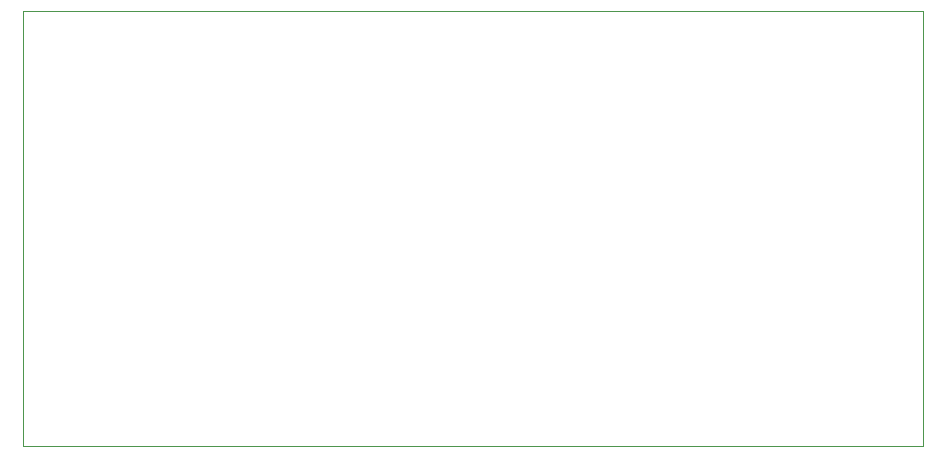
<source format=gbr>
%TF.GenerationSoftware,KiCad,Pcbnew,7.0.7-7.0.7~ubuntu22.04.1*%
%TF.CreationDate,2024-07-19T11:12:27-04:00*%
%TF.ProjectId,adjustable_instamp,61646a75-7374-4616-926c-655f696e7374,rev?*%
%TF.SameCoordinates,Original*%
%TF.FileFunction,Profile,NP*%
%FSLAX46Y46*%
G04 Gerber Fmt 4.6, Leading zero omitted, Abs format (unit mm)*
G04 Created by KiCad (PCBNEW 7.0.7-7.0.7~ubuntu22.04.1) date 2024-07-19 11:12:27*
%MOMM*%
%LPD*%
G01*
G04 APERTURE LIST*
%TA.AperFunction,Profile*%
%ADD10C,0.100000*%
%TD*%
G04 APERTURE END LIST*
D10*
X114300000Y-68580000D02*
X114300000Y-69850000D01*
X190500000Y-68580000D02*
X114300000Y-68580000D01*
X190500000Y-105410000D02*
X190500000Y-68580000D01*
X114300000Y-105410000D02*
X190500000Y-105410000D01*
X114300000Y-69850000D02*
X114300000Y-105410000D01*
M02*

</source>
